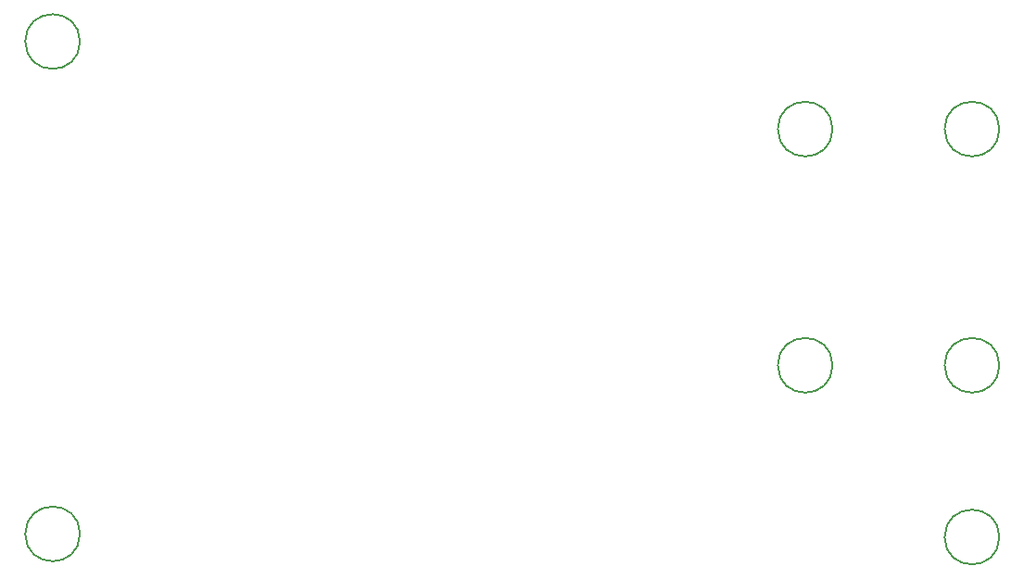
<source format=gbr>
%TF.GenerationSoftware,KiCad,Pcbnew,(5.1.9)-1*%
%TF.CreationDate,2021-02-26T10:07:18-07:00*%
%TF.ProjectId,CapstoneBoard,43617073-746f-46e6-9542-6f6172642e6b,3*%
%TF.SameCoordinates,PX4c4b400PY6bc3e40*%
%TF.FileFunction,Other,Comment*%
%FSLAX46Y46*%
G04 Gerber Fmt 4.6, Leading zero omitted, Abs format (unit mm)*
G04 Created by KiCad (PCBNEW (5.1.9)-1) date 2021-02-26 10:07:18*
%MOMM*%
%LPD*%
G01*
G04 APERTURE LIST*
%ADD10C,0.150000*%
G04 APERTURE END LIST*
D10*
%TO.C,H7*%
X91500000Y9715500D02*
G75*
G03*
X91500000Y9715500I-2500000J0D01*
G01*
%TO.C,H6*%
X7500000Y55000000D02*
G75*
G03*
X7500000Y55000000I-2500000J0D01*
G01*
%TO.C,H1*%
X91500000Y47000000D02*
G75*
G03*
X91500000Y47000000I-2500000J0D01*
G01*
%TO.C,H2*%
X76260000Y25410000D02*
G75*
G03*
X76260000Y25410000I-2500000J0D01*
G01*
%TO.C,H3*%
X91500000Y25410000D02*
G75*
G03*
X91500000Y25410000I-2500000J0D01*
G01*
%TO.C,H4*%
X76260000Y47000000D02*
G75*
G03*
X76260000Y47000000I-2500000J0D01*
G01*
%TO.C,H5*%
X7500000Y10000000D02*
G75*
G03*
X7500000Y10000000I-2500000J0D01*
G01*
%TD*%
M02*

</source>
